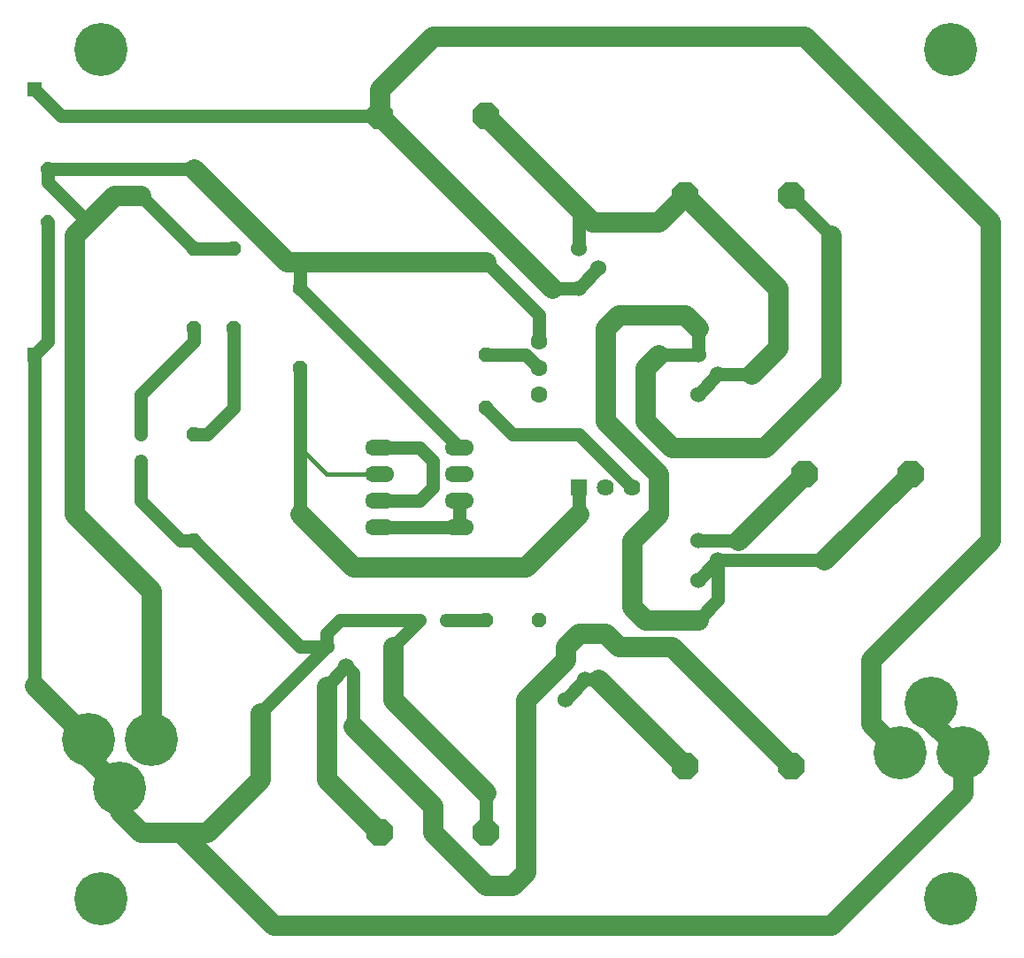
<source format=gbr>
G04 DesignSpark PCB Gerber Version 9.0 Build 5115 *
G04 #@! TF.Part,Single*
G04 #@! TF.FileFunction,Copper,L2,Bot *
G04 #@! TF.FilePolarity,Positive *
%FSLAX35Y35*%
%MOIN*%
G04 #@! TA.AperFunction,ComponentPad*
%AMT110*0 Octagon Pad at angle 0*4,1,8,-0.01035,-0.02500,0.01035,-0.02500,0.02500,-0.01035,0.02500,0.01035,0.01035,0.02500,-0.01035,0.02500,-0.02500,0.01035,-0.02500,-0.01035,-0.01035,-0.02500,0*%
%ADD110T110*%
%AMT24*0 Octagon Pad at angle 0*4,1,8,-0.01077,-0.02600,0.01077,-0.02600,0.02600,-0.01077,0.02600,0.01077,0.01077,0.02600,-0.01077,0.02600,-0.02600,0.01077,-0.02600,-0.01077,-0.01077,-0.02600,0*%
%ADD24T24*%
%AMT111*0 Octagon Pad at angle 0*4,1,8,-0.02071,-0.05000,0.02071,-0.05000,0.05000,-0.02071,0.05000,0.02071,0.02071,0.05000,-0.02071,0.05000,-0.05000,0.02071,-0.05000,-0.02071,-0.02071,-0.05000,0*%
%ADD111T111*%
%ADD112R,0.05600X0.05600*%
%ADD107R,0.06400X0.06400*%
G04 #@! TD.AperFunction*
%ADD70C,0.01500*%
G04 #@! TA.AperFunction,ViaPad*
%ADD91C,0.04800*%
G04 #@! TD.AperFunction*
%ADD18C,0.05000*%
G04 #@! TA.AperFunction,ComponentPad*
%ADD93C,0.06000*%
%ADD126C,0.06300*%
%ADD108C,0.06400*%
G04 #@! TD.AperFunction*
%ADD122C,0.07500*%
G04 #@! TA.AperFunction,ComponentPad*
%ADD123O,0.11000X0.06000*%
G04 #@! TA.AperFunction,WasherPad*
%ADD106C,0.20000*%
X0Y0D02*
D02*
D18*
X15250Y245250D02*
Y120565D01*
X20250Y295250D02*
Y250250D01*
X15250Y245250*
X20250Y315250D02*
Y310250D01*
X35250Y295250*
X20250Y315250D02*
X75250D01*
X55250Y205250D02*
Y190250D01*
X70250Y175250*
X75250*
X55250Y230250D02*
Y215250D01*
Y230250D02*
X75250Y250250D01*
Y255250*
X55250Y305250D02*
X75250Y285250D01*
Y215250D02*
X80250D01*
X90250Y225250*
Y255250*
X75250Y285250D02*
X90250D01*
X100250Y110250D02*
X125250Y135250D01*
X115250Y210250D02*
Y185250D01*
Y240250D02*
Y210250D01*
Y270250D02*
Y277750D01*
X117750Y280250*
X120250*
X115250Y270250D02*
X175250Y210250D01*
X125250Y135250D02*
X115250D01*
X75250Y175250*
X125250Y135250D02*
Y140250D01*
X130250Y145250*
X160250*
X132750Y127750D02*
X125250Y120250D01*
X135250Y105250D02*
Y125250D01*
X132750Y127750*
X145250Y180250D02*
X175250D01*
X145250Y190250D02*
X160250D01*
X165250Y195250*
Y205250*
X160250Y210250*
X145250*
Y335250D02*
X25250D01*
X15250Y345250*
X150250Y135250D02*
X160250Y145250D01*
X170250D02*
X185250D01*
X175250Y180250D02*
Y190250D01*
X185250Y65250D02*
Y80250D01*
Y225250D02*
X195250Y215250D01*
X220250*
X240250Y195250*
X185250Y245250D02*
X200250D01*
X205250Y240250*
Y250250D02*
Y260250D01*
X185250Y280250*
X220250Y185250D02*
Y195250D01*
Y270250D02*
X210250D01*
X220250D02*
X227750Y277750D01*
X220250Y285250D02*
Y300250D01*
X222750Y122750D02*
X227750D01*
X222750D02*
X215250Y115250D01*
X265250Y175250D02*
X280250D01*
X265250Y245250D02*
X250250D01*
X265250Y255250D02*
Y245250D01*
X272750Y167750D02*
Y152750D01*
X265250Y145250*
X272750Y167750D02*
X312750D01*
X272750D02*
X265250Y160250D01*
X272750Y237750D02*
X265250Y230250D01*
X272750Y237750D02*
X285250D01*
X315250Y290250D02*
X300250Y305250D01*
D02*
D70*
X145250Y200250D02*
X125250D01*
X115250Y210250*
D02*
D24*
X75250Y175250D03*
Y215250D03*
Y255250D03*
Y285250D03*
X90250Y255250D03*
Y285250D03*
X115250Y240250D03*
Y270250D03*
X185250Y145250D03*
Y225250D03*
Y245250D03*
X205250Y145250D03*
D02*
D91*
X55250Y205250D03*
Y215250D03*
X160250Y145250D03*
X170250D03*
D02*
D93*
X125250Y120250D03*
Y135250D03*
X132750Y127750D03*
X215250Y115250D03*
Y130250D03*
X220250Y270250D03*
Y285250D03*
X222750Y122750D03*
X227750Y277750D03*
X265250Y160250D03*
Y175250D03*
Y230250D03*
Y245250D03*
X272750Y167750D03*
Y237750D03*
D02*
D106*
X35565Y100250D03*
X40250Y40250D03*
Y360250D03*
X47376Y81746D03*
X59187Y100250D03*
X341313Y95250D03*
X353124Y113754D03*
X360250Y40250D03*
Y360250D03*
X364935Y95250D03*
D02*
D107*
X220250Y195250D03*
D02*
D108*
X230250D03*
X240250D03*
D02*
D110*
X20250Y295250D03*
Y315250D03*
D02*
D111*
X145250Y65250D03*
Y335250D03*
X185250Y65250D03*
Y335250D03*
X260250Y90250D03*
Y305250D03*
X300250Y90250D03*
Y305250D03*
X305250Y200250D03*
X345250D03*
D02*
D112*
X15250Y245250D03*
Y345250D03*
D02*
D122*
Y120565D02*
X35565Y100250D01*
X35250Y295250D02*
X45250Y305250D01*
X55250*
X35565Y100250D02*
Y93557D01*
X47376Y81746*
Y73124*
X55250Y65250*
X70250*
X59187Y100250D02*
Y156313D01*
X30250Y185250*
Y290250*
X35250Y295250*
X70250Y65250D02*
X80250D01*
X100250Y85250*
Y110250*
X75250Y315250D02*
X110250Y280250D01*
X120250*
X115250Y185250D02*
X135250Y165250D01*
X200250*
X220250Y185250*
X125250Y120250D02*
Y85250D01*
X145250Y65250*
Y335250D02*
Y345250D01*
X165250Y365250*
X305250*
X375250Y295250*
Y175250*
X330250Y130250*
Y106313*
X341313Y95250*
X185250Y80250D02*
X150250Y115250D01*
Y135250*
X185250Y280250D02*
X120250D01*
X210250Y270250D02*
X145250Y335250D01*
X215250Y130250D02*
X200250Y115250D01*
Y50250*
X195250Y45250*
X185250*
X165250Y65250*
Y75250*
X135250Y105250*
X220250Y300250D02*
X185250Y335250D01*
X227750Y122750D02*
X260250Y90250D01*
X230250Y295250D02*
X225250D01*
X220250Y300250*
X230250Y295250D02*
X250250D01*
X260250Y305250*
X250250Y245250D02*
X245250Y240250D01*
Y220250*
X255250Y210250*
X290250*
X315250Y235250*
Y290250*
X260250Y130250D02*
X255250Y135250D01*
X235250*
X230250Y140250*
X220250*
X215250Y135250*
Y130250*
X260250D02*
X300250Y90250D01*
X265250Y145250D02*
X245250D01*
X240250Y150250*
Y175250*
X250250Y185250*
Y200250*
X230250Y220250*
Y255250*
X235250Y260250*
X260250*
X265250Y255250*
X280250Y175250D02*
X305250Y200250D01*
X285250Y237750D02*
X295250Y247750D01*
Y270250*
X260250Y305250*
X312750Y167750D02*
X345250Y200250D01*
X353124Y113754D02*
Y107061D01*
X364935Y95250*
Y79935*
X315250Y30250*
X105250*
X70250Y65250*
D02*
D123*
X145250Y180250D03*
Y190250D03*
Y200250D03*
Y210250D03*
X175250Y180250D03*
Y190250D03*
Y200250D03*
Y210250D03*
D02*
D126*
X205250Y230250D03*
Y240250D03*
Y250250D03*
X0Y0D02*
M02*

</source>
